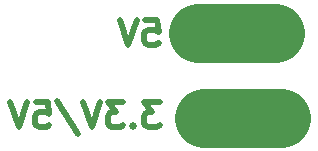
<source format=gbr>
G04 #@! TF.GenerationSoftware,KiCad,Pcbnew,(6.0.1)*
G04 #@! TF.CreationDate,2022-08-01T16:47:35-04:00*
G04 #@! TF.ProjectId,RS232_TTL_Male,52533233-325f-4545-944c-5f4d616c652e,1*
G04 #@! TF.SameCoordinates,Original*
G04 #@! TF.FileFunction,Legend,Bot*
G04 #@! TF.FilePolarity,Positive*
%FSLAX46Y46*%
G04 Gerber Fmt 4.6, Leading zero omitted, Abs format (unit mm)*
G04 Created by KiCad (PCBNEW (6.0.1)) date 2022-08-01 16:47:35*
%MOMM*%
%LPD*%
G01*
G04 APERTURE LIST*
%ADD10C,5.000000*%
%ADD11C,0.476250*%
G04 APERTURE END LIST*
D10*
X181610000Y-66802000D02*
X175110000Y-66802000D01*
X182118000Y-73998000D02*
X175618000Y-73998000D01*
D11*
X170614294Y-65699700D02*
X171642389Y-65699700D01*
X171745199Y-66727795D01*
X171642389Y-66624986D01*
X171436770Y-66522176D01*
X170922723Y-66522176D01*
X170717104Y-66624986D01*
X170614294Y-66727795D01*
X170511485Y-66933414D01*
X170511485Y-67447462D01*
X170614294Y-67653081D01*
X170717104Y-67755890D01*
X170922723Y-67858700D01*
X171436770Y-67858700D01*
X171642389Y-67755890D01*
X171745199Y-67653081D01*
X169894627Y-65699700D02*
X169174961Y-67858700D01*
X168455294Y-65699700D01*
X171848008Y-72651680D02*
X170511485Y-72651680D01*
X171231151Y-73474156D01*
X170922723Y-73474156D01*
X170717104Y-73576966D01*
X170614294Y-73679775D01*
X170511485Y-73885394D01*
X170511485Y-74399442D01*
X170614294Y-74605061D01*
X170717104Y-74707870D01*
X170922723Y-74810680D01*
X171539580Y-74810680D01*
X171745199Y-74707870D01*
X171848008Y-74605061D01*
X169586199Y-74605061D02*
X169483389Y-74707870D01*
X169586199Y-74810680D01*
X169689008Y-74707870D01*
X169586199Y-74605061D01*
X169586199Y-74810680D01*
X168763723Y-72651680D02*
X167427199Y-72651680D01*
X168146866Y-73474156D01*
X167838437Y-73474156D01*
X167632818Y-73576966D01*
X167530008Y-73679775D01*
X167427199Y-73885394D01*
X167427199Y-74399442D01*
X167530008Y-74605061D01*
X167632818Y-74707870D01*
X167838437Y-74810680D01*
X168455294Y-74810680D01*
X168660913Y-74707870D01*
X168763723Y-74605061D01*
X166810342Y-72651680D02*
X166090675Y-74810680D01*
X165371008Y-72651680D01*
X163109199Y-72548870D02*
X164959770Y-75324728D01*
X161361437Y-72651680D02*
X162389532Y-72651680D01*
X162492342Y-73679775D01*
X162389532Y-73576966D01*
X162183913Y-73474156D01*
X161669866Y-73474156D01*
X161464247Y-73576966D01*
X161361437Y-73679775D01*
X161258627Y-73885394D01*
X161258627Y-74399442D01*
X161361437Y-74605061D01*
X161464247Y-74707870D01*
X161669866Y-74810680D01*
X162183913Y-74810680D01*
X162389532Y-74707870D01*
X162492342Y-74605061D01*
X160641770Y-72651680D02*
X159922104Y-74810680D01*
X159202437Y-72651680D01*
M02*

</source>
